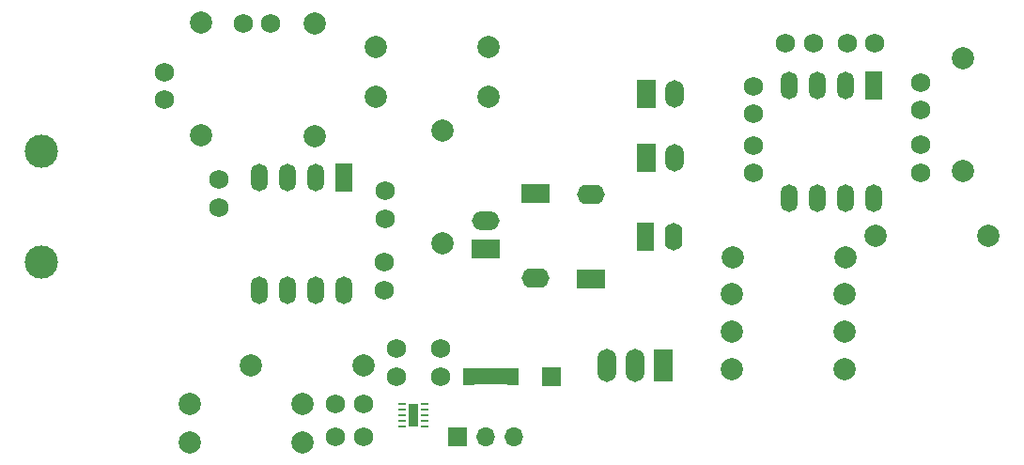
<source format=gts>
%TF.GenerationSoftware,KiCad,Pcbnew,9.0.0*%
%TF.CreationDate,2025-03-10T12:33:28+01:00*%
%TF.ProjectId,project git rev,70726f6a-6563-4742-9067-697420726576,rev?*%
%TF.SameCoordinates,Original*%
%TF.FileFunction,Soldermask,Top*%
%TF.FilePolarity,Negative*%
%FSLAX46Y46*%
G04 Gerber Fmt 4.6, Leading zero omitted, Abs format (unit mm)*
G04 Created by KiCad (PCBNEW 9.0.0) date 2025-03-10 12:33:28*
%MOMM*%
%LPD*%
G01*
G04 APERTURE LIST*
G04 Aperture macros list*
%AMRoundRect*
0 Rectangle with rounded corners*
0 $1 Rounding radius*
0 $2 $3 $4 $5 $6 $7 $8 $9 X,Y pos of 4 corners*
0 Add a 4 corners polygon primitive as box body*
4,1,4,$2,$3,$4,$5,$6,$7,$8,$9,$2,$3,0*
0 Add four circle primitives for the rounded corners*
1,1,$1+$1,$2,$3*
1,1,$1+$1,$4,$5*
1,1,$1+$1,$6,$7*
1,1,$1+$1,$8,$9*
0 Add four rect primitives between the rounded corners*
20,1,$1+$1,$2,$3,$4,$5,0*
20,1,$1+$1,$4,$5,$6,$7,0*
20,1,$1+$1,$6,$7,$8,$9,0*
20,1,$1+$1,$8,$9,$2,$3,0*%
%AMFreePoly0*
4,1,6,1.000000,0.000000,0.500000,-0.750000,-0.500000,-0.750000,-0.500000,0.750000,0.500000,0.750000,1.000000,0.000000,1.000000,0.000000,$1*%
G04 Aperture macros list end*
%ADD10C,2.000000*%
%ADD11C,1.750000*%
%ADD12FreePoly0,0.000000*%
%ADD13FreePoly0,180.000000*%
%ADD14R,2.500000X1.750000*%
%ADD15O,2.500000X1.750000*%
%ADD16R,1.700000X2.500000*%
%ADD17O,1.700000X2.500000*%
%ADD18R,2.500000X1.700000*%
%ADD19O,2.500000X1.700000*%
%ADD20R,1.700000X3.000000*%
%ADD21O,1.700000X3.000000*%
%ADD22R,1.700000X1.700000*%
%ADD23O,1.700000X1.700000*%
%ADD24C,3.000000*%
%ADD25R,1.500000X2.500000*%
%ADD26O,1.500000X2.500000*%
%ADD27RoundRect,0.062500X-0.300000X-0.062500X0.300000X-0.062500X0.300000X0.062500X-0.300000X0.062500X0*%
%ADD28R,0.900000X2.000000*%
%ADD29R,1.600000X2.500000*%
%ADD30O,1.600000X2.500000*%
G04 APERTURE END LIST*
%TO.C,JP1*%
G36*
X153445000Y-115250000D02*
G01*
X158445000Y-115250000D01*
X158445000Y-116750000D01*
X153445000Y-116750000D01*
X153445000Y-115250000D01*
G37*
%TD*%
D10*
%TO.C,R5*%
X200800000Y-103350000D03*
X190640000Y-103350000D03*
%TD*%
D11*
%TO.C,C11*%
X146400000Y-99300000D03*
X146400000Y-101800000D03*
%TD*%
D12*
%TO.C,JP1*%
X153945000Y-116000000D03*
D13*
X157945000Y-116000000D03*
%TD*%
D11*
%TO.C,C9*%
X194650000Y-95150000D03*
X194650000Y-97650000D03*
%TD*%
D10*
%TO.C,R10*%
X138945000Y-118500000D03*
X128785000Y-118500000D03*
%TD*%
D11*
%TO.C,C3*%
X194650000Y-92000000D03*
X194650000Y-89500000D03*
%TD*%
%TO.C,C2*%
X190550000Y-86000000D03*
X188050000Y-86000000D03*
%TD*%
D10*
%TO.C,R13*%
X187850000Y-108580000D03*
X177690000Y-108580000D03*
%TD*%
D11*
%TO.C,C15*%
X141945000Y-118500000D03*
X144445000Y-118500000D03*
%TD*%
D10*
%TO.C,R1*%
X129800000Y-84100000D03*
X129800000Y-94260000D03*
%TD*%
%TO.C,R2*%
X151550000Y-104050000D03*
X151550000Y-93890000D03*
%TD*%
D14*
%TO.C,D2*%
X164950000Y-107200000D03*
D15*
X164950000Y-99580000D03*
%TD*%
D11*
%TO.C,C10*%
X126550000Y-91100000D03*
X126550000Y-88600000D03*
%TD*%
D16*
%TO.C,J7*%
X169975000Y-90575000D03*
D17*
X172515000Y-90575000D03*
%TD*%
D10*
%TO.C,R6*%
X128785000Y-122000000D03*
X138945000Y-122000000D03*
%TD*%
%TO.C,R3*%
X140100000Y-84220000D03*
X140100000Y-94380000D03*
%TD*%
%TO.C,R7*%
X144445000Y-115000000D03*
X134285000Y-115000000D03*
%TD*%
%TO.C,R14*%
X187880000Y-105250000D03*
X177720000Y-105250000D03*
%TD*%
D11*
%TO.C,C4*%
X179600000Y-92350000D03*
X179600000Y-89850000D03*
%TD*%
D16*
%TO.C,J11*%
X169950000Y-96300000D03*
D17*
X172490000Y-96300000D03*
%TD*%
D11*
%TO.C,C6*%
X131425000Y-100800000D03*
X131425000Y-98300000D03*
%TD*%
%TO.C,C5*%
X133600000Y-84200000D03*
X136100000Y-84200000D03*
%TD*%
D18*
%TO.C,J4*%
X155500000Y-104550000D03*
D19*
X155500000Y-102010000D03*
%TD*%
D11*
%TO.C,C1*%
X179600000Y-97700000D03*
X179600000Y-95200000D03*
%TD*%
%TO.C,C12*%
X182500000Y-86000000D03*
X185000000Y-86000000D03*
%TD*%
D20*
%TO.C,J1*%
X171500000Y-115000000D03*
D21*
X168960000Y-115000000D03*
X166420000Y-115000000D03*
%TD*%
D10*
%TO.C,R8*%
X145600000Y-90800000D03*
X155760000Y-90800000D03*
%TD*%
D11*
%TO.C,C13*%
X144445000Y-121500000D03*
X141945000Y-121500000D03*
%TD*%
D22*
%TO.C,J2*%
X152920000Y-121500000D03*
D23*
X155460000Y-121500000D03*
X158000000Y-121500000D03*
%TD*%
D24*
%TO.C,MK1*%
X115407163Y-105750000D03*
X115407163Y-95750000D03*
%TD*%
D11*
%TO.C,C16*%
X147445000Y-116000000D03*
X147445000Y-113500000D03*
%TD*%
D25*
%TO.C,LM567CN1*%
X190450000Y-89800000D03*
D26*
X187910000Y-89800000D03*
X185370000Y-89800000D03*
X182830000Y-89800000D03*
X182830000Y-99960000D03*
X185370000Y-99960000D03*
X187910000Y-99960000D03*
X190450000Y-99960000D03*
%TD*%
D14*
%TO.C,D1*%
X160000000Y-99490000D03*
D15*
X160000000Y-107110000D03*
%TD*%
D11*
%TO.C,C14*%
X151445000Y-116000000D03*
X151445000Y-113500000D03*
%TD*%
D22*
%TO.C,J3*%
X161445000Y-116000000D03*
%TD*%
D27*
%TO.C,U2*%
X147945000Y-118500000D03*
X147945000Y-119000000D03*
X147945000Y-119500000D03*
X147945000Y-120000000D03*
X147945000Y-120500000D03*
X149970000Y-120500000D03*
X149970000Y-120000000D03*
X149970000Y-119500000D03*
X149970000Y-119000000D03*
X149970000Y-118500000D03*
D28*
X148957500Y-119500000D03*
%TD*%
D25*
%TO.C,U1*%
X142710000Y-98120000D03*
D26*
X140170000Y-98120000D03*
X137630000Y-98120000D03*
X135090000Y-98120000D03*
X135090000Y-108280000D03*
X137630000Y-108280000D03*
X140170000Y-108280000D03*
X142710000Y-108280000D03*
%TD*%
D10*
%TO.C,R4*%
X198500000Y-97500000D03*
X198500000Y-87340000D03*
%TD*%
%TO.C,R12*%
X187850000Y-111980000D03*
X177690000Y-111980000D03*
%TD*%
%TO.C,R11*%
X187850000Y-115330000D03*
X177690000Y-115330000D03*
%TD*%
D11*
%TO.C,C7*%
X146300000Y-105750000D03*
X146300000Y-108250000D03*
%TD*%
D29*
%TO.C,C8*%
X169900000Y-103450000D03*
D30*
X172400000Y-103450000D03*
%TD*%
D10*
%TO.C,R9*%
X155750000Y-86350000D03*
X145590000Y-86350000D03*
%TD*%
M02*

</source>
